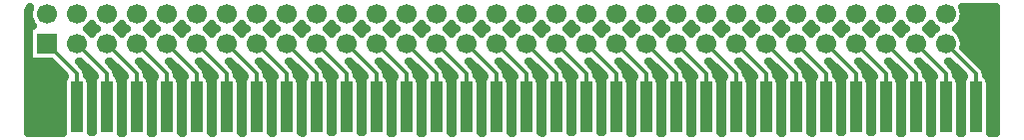
<source format=gbr>
G04 DipTrace 3.1.0.1*
G04 Top.gbr*
%MOMM*%
G04 #@! TF.FileFunction,Copper,L1,Top*
G04 #@! TF.Part,Single*
%AMOUTLINE0*
4,1,4,
0.508,2.159,
-0.508,2.159,
-0.508,-2.159,
0.508,-2.159,
0.508,2.159,
0*%
G04 #@! TA.AperFunction,Conductor*
%ADD14C,0.33*%
G04 #@! TA.AperFunction,CopperBalancing*
%ADD15C,0.635*%
G04 #@! TA.AperFunction,ComponentPad*
%ADD16R,1.7X1.7*%
%ADD17C,1.7*%
%ADD27OUTLINE0*%
%FSLAX35Y35*%
G04*
G71*
G90*
G75*
G01*
G04 Top*
%LPD*%
X1508853Y1317533D2*
D14*
Y1603340D1*
X1254827Y1857367D1*
X1762853Y1317533D2*
Y1603340D1*
X1508827Y1857367D1*
X2016853Y1317533D2*
Y1603340D1*
X1762827Y1857367D1*
X2270853Y1317533D2*
Y1603340D1*
X2016827Y1857367D1*
X2524853Y1317533D2*
Y1603340D1*
X2270827Y1857367D1*
X2778853Y1317533D2*
Y1603340D1*
X2524827Y1857367D1*
X3032853Y1317533D2*
Y1603340D1*
X2778827Y1857367D1*
X3286853Y1317533D2*
Y1603340D1*
X3032827Y1857367D1*
X3540853Y1317533D2*
Y1603340D1*
X3286827Y1857367D1*
X3794853Y1317533D2*
Y1603340D1*
X3540827Y1857367D1*
X4048853Y1317533D2*
Y1603340D1*
X3794827Y1857367D1*
X4302853Y1317533D2*
Y1603340D1*
X4048827Y1857367D1*
X4556853Y1317533D2*
Y1603340D1*
X4302827Y1857367D1*
X4810853Y1317533D2*
Y1603340D1*
X4556827Y1857367D1*
X5064853Y1317533D2*
Y1603340D1*
X4810827Y1857367D1*
X5318853Y1317533D2*
Y1603340D1*
X5064827Y1857367D1*
X5572853Y1317533D2*
Y1603340D1*
X5318827Y1857367D1*
X5826853Y1317533D2*
Y1603340D1*
X5572827Y1857367D1*
X6080853Y1317533D2*
Y1603340D1*
X5826827Y1857367D1*
X6334853Y1317533D2*
Y1603340D1*
X6080827Y1857367D1*
X6588853Y1317533D2*
Y1603340D1*
X6334827Y1857367D1*
X6842853Y1317533D2*
Y1603340D1*
X6588827Y1857367D1*
X7096853Y1317533D2*
Y1603340D1*
X6842827Y1857367D1*
X7350853Y1317533D2*
Y1603340D1*
X7096827Y1857367D1*
X7604853Y1317533D2*
Y1603340D1*
X7350827Y1857367D1*
X7858853Y1317533D2*
Y1603340D1*
X7604827Y1857367D1*
X8112853Y1317533D2*
Y1603340D1*
X7858827Y1857367D1*
X8366853Y1317533D2*
Y1603340D1*
X8112827Y1857367D1*
X8620853Y1317533D2*
Y1603340D1*
X8366827Y1857367D1*
X8874853Y1317533D2*
Y1603340D1*
X8620827Y1857367D1*
X9128853Y1317533D2*
Y1603340D1*
X8874827Y1857367D1*
X9033468Y2109217D2*
D15*
X9294662D1*
X9018794Y2046050D2*
X9294662D1*
X1601437Y1982883D2*
X1670222D1*
X1855461D2*
X1924245D1*
X2109393D2*
X2178268D1*
X2363416D2*
X2432201D1*
X2617440D2*
X2686224D1*
X2871463D2*
X2940248D1*
X3125396D2*
X3194271D1*
X3379419D2*
X3448203D1*
X3633442D2*
X3702227D1*
X3887375D2*
X3956250D1*
X4141398D2*
X4210274D1*
X4395422D2*
X4464206D1*
X4649445D2*
X4718229D1*
X4903377D2*
X4972253D1*
X5157401D2*
X5226276D1*
X5411424D2*
X5480209D1*
X5665448D2*
X5734232D1*
X5919380D2*
X5988255D1*
X6173403D2*
X6242279D1*
X6427427D2*
X6496211D1*
X6681450D2*
X6750235D1*
X6935382D2*
X7004258D1*
X7189406D2*
X7258190D1*
X7443429D2*
X7512214D1*
X7697453D2*
X7766237D1*
X7951385D2*
X8020261D1*
X8205409D2*
X8274193D1*
X8459432D2*
X8528216D1*
X8713455D2*
X8782240D1*
X8967388D2*
X9294662D1*
X9020161Y1919717D2*
X9294662D1*
X9033468Y1856550D2*
X9294662D1*
X9063638Y1793383D2*
X9294662D1*
X9126802Y1730217D2*
X9294662D1*
X1104146Y1667050D2*
X1320313D1*
X9189966D2*
X9294662D1*
X1104146Y1603883D2*
X1383477D1*
X1598976D2*
X1637500D1*
X1853000D2*
X1891432D1*
X2107023D2*
X2145456D1*
X2360955D2*
X2399479D1*
X2614979D2*
X2653503D1*
X2869002D2*
X2907435D1*
X3123026D2*
X3161459D1*
X3376958D2*
X3415482D1*
X3630981D2*
X3669505D1*
X3885005D2*
X3923438D1*
X4139028D2*
X4177461D1*
X4392961D2*
X4431485D1*
X4646984D2*
X4685508D1*
X4901007D2*
X4939440D1*
X5155031D2*
X5193464D1*
X5408963D2*
X5447487D1*
X5662987D2*
X5701419D1*
X5917010D2*
X5955443D1*
X6171034D2*
X6209466D1*
X6424966D2*
X6463490D1*
X6678989D2*
X6717422D1*
X6933013D2*
X6971446D1*
X7187036D2*
X7225469D1*
X7440968D2*
X7479492D1*
X7694992D2*
X7733425D1*
X7949015D2*
X7987448D1*
X8202948D2*
X8241472D1*
X8456971D2*
X8495495D1*
X8710994D2*
X8749427D1*
X8965018D2*
X9003451D1*
X9218950D2*
X9294662D1*
X1104146Y1540717D2*
X1384844D1*
X9252856D2*
X9294662D1*
X1104146Y1477550D2*
X1384388D1*
X9253312D2*
X9294662D1*
X1104146Y1414383D2*
X1384388D1*
X9253312D2*
X9294662D1*
X1104146Y1351217D2*
X1384388D1*
X9253312D2*
X9294662D1*
X1104146Y1288050D2*
X1384388D1*
X9253312D2*
X9294662D1*
X1104146Y1224883D2*
X1384388D1*
X9253312D2*
X9294662D1*
X1104146Y1161717D2*
X1384388D1*
X9253312D2*
X9294662D1*
X1104146Y1098550D2*
X1384479D1*
X9253221D2*
X9294662D1*
X1125870Y2009657D2*
X1141456D1*
X1131621Y2021853D1*
X1119135Y2042228D1*
X1109990Y2064306D1*
X1104412Y2087543D1*
X1102537Y2111367D1*
X1104412Y2135190D1*
X1109990Y2158427D1*
X1115400Y2172403D1*
X1097750Y2134133D1*
Y1097714D1*
X1390935Y1097750D1*
X1390763Y1533433D1*
X1391592Y1543960D1*
X1394057Y1554227D1*
X1398097Y1563982D1*
X1403614Y1572986D1*
X1410487Y1581029D1*
X1400107Y1593589D1*
X1288673Y1705022D1*
X1102537Y1705077D1*
Y2009657D1*
X1125870D1*
X1539385Y1708291D2*
X1524718Y1706013D1*
X1572568Y1657757D1*
X1580296Y1647120D1*
X1586266Y1635405D1*
X1590329Y1622900D1*
X1592385Y1609914D1*
X1594812Y1590808D1*
X1603355Y1584601D1*
X1610821Y1577135D1*
X1617028Y1568592D1*
X1621821Y1559184D1*
X1625084Y1549142D1*
X1626736Y1538713D1*
X1626944Y1253433D1*
X1626943Y1101613D1*
X1644763Y1101633D1*
X1644970Y1538713D1*
X1646622Y1549142D1*
X1649885Y1559184D1*
X1654679Y1568592D1*
X1660885Y1577135D1*
X1664487Y1581029D1*
X1654107Y1593589D1*
X1539451Y1708245D1*
X1592787Y1984283D2*
X1607731Y1973169D1*
X1624629Y1956271D1*
X1635743Y1941327D1*
X1647024Y1956271D1*
X1663922Y1973169D1*
X1678867Y1984283D1*
X1663922Y1995564D1*
X1647024Y2012462D1*
X1635911Y2027407D1*
X1624629Y2012462D1*
X1607731Y1995564D1*
X1592787Y1984451D1*
X1793385Y1708291D2*
X1778718Y1706013D1*
X1826568Y1657758D1*
X1834296Y1647120D1*
X1840266Y1635405D1*
X1844329Y1622900D1*
X1846385Y1609914D1*
X1846644Y1592129D1*
X1857355Y1584601D1*
X1864821Y1577135D1*
X1871028Y1568592D1*
X1875822Y1559184D1*
X1879084Y1549142D1*
X1880736Y1538713D1*
X1880943Y1253433D1*
Y1101613D1*
X1882667Y1097750D1*
X1898799D1*
X1898971Y1538713D1*
X1900622Y1549142D1*
X1903885Y1559184D1*
X1908679Y1568592D1*
X1914885Y1577135D1*
X1918487Y1581029D1*
X1908107Y1593589D1*
X1793451Y1708245D1*
X1846787Y1984283D2*
X1861731Y1973169D1*
X1878629Y1956271D1*
X1889743Y1941327D1*
X1901024Y1956271D1*
X1917922Y1973169D1*
X1932867Y1984283D1*
X1917922Y1995564D1*
X1901024Y2012462D1*
X1889911Y2027407D1*
X1878629Y2012462D1*
X1861731Y1995564D1*
X1846787Y1984451D1*
X2047385Y1708291D2*
X2032718Y1706013D1*
X2080568Y1657757D1*
X2088296Y1647120D1*
X2094265Y1635405D1*
X2098328Y1622900D1*
X2100385Y1609914D1*
X2102812Y1590808D1*
X2111355Y1584601D1*
X2118821Y1577135D1*
X2125028Y1568592D1*
X2129821Y1559184D1*
X2133084Y1549142D1*
X2134736Y1538713D1*
X2134944Y1253433D1*
X2134943Y1101613D1*
X2139333Y1097750D1*
X2152914D1*
X2152763Y1533433D1*
X2153591Y1543960D1*
X2156056Y1554227D1*
X2160097Y1563983D1*
X2165614Y1572986D1*
X2172487Y1581029D1*
X2162107Y1593589D1*
X2047451Y1708245D1*
X2100787Y1984283D2*
X2115731Y1973169D1*
X2132629Y1956271D1*
X2143743Y1941327D1*
X2155024Y1956271D1*
X2171922Y1973169D1*
X2186867Y1984283D1*
X2171922Y1995564D1*
X2155024Y2012462D1*
X2143911Y2027407D1*
X2132629Y2012462D1*
X2115731Y1995564D1*
X2100787Y1984451D1*
X2301385Y1708291D2*
X2286718Y1706013D1*
X2334568Y1657757D1*
X2342296Y1647120D1*
X2348265Y1635405D1*
X2352328Y1622900D1*
X2354385Y1609914D1*
X2356812Y1590808D1*
X2365355Y1584601D1*
X2372821Y1577135D1*
X2379028Y1568592D1*
X2383822Y1559184D1*
X2387084Y1549142D1*
X2388736Y1538713D1*
X2388943Y1253433D1*
Y1101613D1*
X2396000Y1097750D1*
X2406846D1*
X2406971Y1538713D1*
X2408622Y1549142D1*
X2411885Y1559184D1*
X2416679Y1568592D1*
X2422885Y1577135D1*
X2426487Y1581029D1*
X2416107Y1593589D1*
X2301451Y1708245D1*
X2354787Y1984283D2*
X2369731Y1973169D1*
X2386629Y1956271D1*
X2397743Y1941327D1*
X2409024Y1956271D1*
X2425922Y1973169D1*
X2440867Y1984283D1*
X2425922Y1995564D1*
X2409024Y2012462D1*
X2397911Y2027407D1*
X2386629Y2012462D1*
X2369731Y1995564D1*
X2354787Y1984451D1*
X2555385Y1708291D2*
X2540718Y1706013D1*
X2588568Y1657757D1*
X2596296Y1647120D1*
X2602265Y1635405D1*
X2606328Y1622900D1*
X2608385Y1609914D1*
X2610812Y1590808D1*
X2619355Y1584601D1*
X2626821Y1577135D1*
X2633028Y1568592D1*
X2637821Y1559184D1*
X2641084Y1549142D1*
X2642736Y1538713D1*
X2642944Y1253433D1*
X2642943Y1101613D1*
X2652667Y1097750D1*
X2660961D1*
X2660763Y1404967D1*
X2660971Y1538713D1*
X2662623Y1549142D1*
X2665885Y1559184D1*
X2670679Y1568592D1*
X2676886Y1577135D1*
X2680487Y1581029D1*
X2670107Y1593589D1*
X2555451Y1708245D1*
X2608787Y1984283D2*
X2623731Y1973169D1*
X2640629Y1956271D1*
X2651743Y1941327D1*
X2663024Y1956271D1*
X2679922Y1973169D1*
X2694867Y1984283D1*
X2679922Y1995564D1*
X2663024Y2012462D1*
X2651911Y2027407D1*
X2640629Y2012462D1*
X2623731Y1995564D1*
X2608787Y1984451D1*
X2809385Y1708291D2*
X2794718Y1706013D1*
X2842568Y1657757D1*
X2850296Y1647120D1*
X2856265Y1635405D1*
X2860328Y1622900D1*
X2862385Y1609914D1*
X2864812Y1590808D1*
X2873355Y1584601D1*
X2880821Y1577135D1*
X2887028Y1568592D1*
X2891821Y1559184D1*
X2895084Y1549142D1*
X2896736Y1538713D1*
X2896943Y1253433D1*
Y1101613D1*
X2909333Y1097750D1*
X2914893D1*
X2914763Y1533433D1*
X2915592Y1543960D1*
X2918057Y1554227D1*
X2922097Y1563982D1*
X2927614Y1572986D1*
X2934487Y1581029D1*
X2924107Y1593589D1*
X2809451Y1708245D1*
X2862787Y1984283D2*
X2877731Y1973169D1*
X2894629Y1956271D1*
X2905743Y1941327D1*
X2917024Y1956271D1*
X2933922Y1973169D1*
X2948867Y1984283D1*
X2933922Y1995564D1*
X2917024Y2012462D1*
X2905911Y2027407D1*
X2894629Y2012462D1*
X2877731Y1995564D1*
X2862787Y1984451D1*
X3063385Y1708291D2*
X3048718Y1706013D1*
X3096568Y1657757D1*
X3104296Y1647120D1*
X3110265Y1635405D1*
X3114328Y1622900D1*
X3116385Y1609914D1*
X3118812Y1590808D1*
X3127355Y1584601D1*
X3134821Y1577135D1*
X3141028Y1568592D1*
X3145821Y1559184D1*
X3149084Y1549142D1*
X3150736Y1538713D1*
X3150944Y1253433D1*
X3150943Y1101613D1*
X3166000Y1097750D1*
X3168825D1*
X3168971Y1538713D1*
X3170623Y1549142D1*
X3173885Y1559184D1*
X3178679Y1568592D1*
X3184886Y1577135D1*
X3188487Y1581029D1*
X3178107Y1593589D1*
X3063451Y1708245D1*
X3116787Y1984283D2*
X3131731Y1973169D1*
X3148629Y1956271D1*
X3159743Y1941327D1*
X3171024Y1956271D1*
X3187922Y1973169D1*
X3202867Y1984283D1*
X3187922Y1995564D1*
X3171024Y2012462D1*
X3159911Y2027407D1*
X3148629Y2012462D1*
X3131731Y1995564D1*
X3116787Y1984451D1*
X3317385Y1708291D2*
X3302718Y1706013D1*
X3350568Y1657757D1*
X3358296Y1647120D1*
X3364265Y1635405D1*
X3368328Y1622900D1*
X3370385Y1609914D1*
X3372812Y1590808D1*
X3381355Y1584601D1*
X3388821Y1577135D1*
X3395028Y1568592D1*
X3399821Y1559184D1*
X3403084Y1549142D1*
X3404736Y1538713D1*
X3404943Y1253433D1*
Y1101613D1*
X3422940Y1097750D1*
X3422763Y1533433D1*
X3423592Y1543960D1*
X3426056Y1554227D1*
X3430097Y1563982D1*
X3435614Y1572986D1*
X3442487Y1581029D1*
X3432107Y1593589D1*
X3317451Y1708245D1*
X3370787Y1984283D2*
X3385731Y1973169D1*
X3402629Y1956271D1*
X3413743Y1941327D1*
X3425024Y1956271D1*
X3441922Y1973169D1*
X3456867Y1984283D1*
X3441922Y1995564D1*
X3425024Y2012462D1*
X3413911Y2027407D1*
X3402629Y2012462D1*
X3385731Y1995564D1*
X3370787Y1984451D1*
X3571385Y1708291D2*
X3556718Y1706013D1*
X3604568Y1657757D1*
X3612296Y1647120D1*
X3618265Y1635405D1*
X3622328Y1622900D1*
X3624385Y1609914D1*
X3626812Y1590808D1*
X3635355Y1584601D1*
X3642821Y1577135D1*
X3649028Y1568592D1*
X3653821Y1559184D1*
X3657084Y1549142D1*
X3658736Y1538713D1*
X3658944Y1253433D1*
X3658943Y1101613D1*
X3676764Y1101654D1*
X3676971Y1538713D1*
X3678623Y1549142D1*
X3681885Y1559184D1*
X3686679Y1568592D1*
X3692886Y1577135D1*
X3696487Y1581029D1*
X3686107Y1593589D1*
X3571451Y1708245D1*
X3624787Y1984283D2*
X3639731Y1973169D1*
X3656629Y1956271D1*
X3667743Y1941327D1*
X3679024Y1956271D1*
X3695922Y1973169D1*
X3710867Y1984283D1*
X3695922Y1995564D1*
X3679024Y2012462D1*
X3667911Y2027407D1*
X3656629Y2012462D1*
X3639731Y1995564D1*
X3624787Y1984451D1*
X3825385Y1708291D2*
X3810718Y1706013D1*
X3858568Y1657757D1*
X3866296Y1647120D1*
X3872265Y1635405D1*
X3876329Y1622900D1*
X3878385Y1609914D1*
X3880812Y1590808D1*
X3889355Y1584601D1*
X3896821Y1577135D1*
X3903028Y1568592D1*
X3907821Y1559184D1*
X3911084Y1549142D1*
X3912736Y1538713D1*
X3912943Y1253433D1*
Y1101613D1*
X3930764Y1101654D1*
X3930970Y1538713D1*
X3932622Y1549142D1*
X3935885Y1559184D1*
X3940679Y1568592D1*
X3946885Y1577135D1*
X3950487Y1581029D1*
X3940107Y1593589D1*
X3825451Y1708245D1*
X3878787Y1984283D2*
X3893731Y1973169D1*
X3910629Y1956271D1*
X3921743Y1941327D1*
X3933024Y1956271D1*
X3949922Y1973169D1*
X3964867Y1984283D1*
X3949922Y1995564D1*
X3933024Y2012462D1*
X3921911Y2027407D1*
X3910629Y2012462D1*
X3893731Y1995564D1*
X3878787Y1984451D1*
X4079385Y1708291D2*
X4064718Y1706013D1*
X4112568Y1657757D1*
X4120296Y1647120D1*
X4126266Y1635405D1*
X4130329Y1622900D1*
X4132385Y1609914D1*
X4134812Y1590808D1*
X4143355Y1584601D1*
X4150821Y1577135D1*
X4157028Y1568592D1*
X4161821Y1559184D1*
X4165084Y1549142D1*
X4166736Y1538713D1*
X4166944Y1253433D1*
X4166943Y1101613D1*
X4169333Y1097750D1*
X4184919D1*
X4184763Y1533433D1*
X4185592Y1543960D1*
X4188057Y1554227D1*
X4192097Y1563982D1*
X4197615Y1572985D1*
X4204487Y1581029D1*
X4194107Y1593589D1*
X4079451Y1708245D1*
X4132787Y1984283D2*
X4147731Y1973169D1*
X4164629Y1956271D1*
X4175743Y1941327D1*
X4187024Y1956271D1*
X4203922Y1973169D1*
X4218867Y1984283D1*
X4203922Y1995564D1*
X4187024Y2012462D1*
X4175911Y2027407D1*
X4164629Y2012462D1*
X4147731Y1995564D1*
X4132787Y1984451D1*
X4333385Y1708291D2*
X4318718Y1706013D1*
X4366568Y1657758D1*
X4374296Y1647120D1*
X4380266Y1635405D1*
X4384329Y1622900D1*
X4386385Y1609914D1*
X4388812Y1590808D1*
X4397355Y1584601D1*
X4404821Y1577135D1*
X4411028Y1568592D1*
X4415821Y1559184D1*
X4419084Y1549142D1*
X4420736Y1538713D1*
X4420943Y1253433D1*
Y1101613D1*
X4426000Y1097750D1*
X4438851D1*
X4438970Y1538713D1*
X4440622Y1549142D1*
X4443885Y1559184D1*
X4448679Y1568592D1*
X4454885Y1577135D1*
X4458487Y1581029D1*
X4448107Y1593589D1*
X4333451Y1708245D1*
X4386787Y1984283D2*
X4401731Y1973169D1*
X4418629Y1956271D1*
X4429743Y1941327D1*
X4441024Y1956271D1*
X4457922Y1973169D1*
X4472867Y1984283D1*
X4457922Y1995564D1*
X4441024Y2012462D1*
X4429911Y2027407D1*
X4418629Y2012462D1*
X4401731Y1995564D1*
X4386787Y1984451D1*
X4587385Y1708291D2*
X4572718Y1706013D1*
X4620568Y1657757D1*
X4628296Y1647120D1*
X4634265Y1635405D1*
X4638328Y1622900D1*
X4640385Y1609914D1*
X4642812Y1590808D1*
X4651355Y1584601D1*
X4658821Y1577135D1*
X4665028Y1568592D1*
X4669822Y1559184D1*
X4673084Y1549142D1*
X4674736Y1538713D1*
X4674944Y1253433D1*
X4674943Y1101613D1*
X4682667Y1097750D1*
X4692966D1*
X4692763Y1358300D1*
X4692971Y1538713D1*
X4694622Y1549142D1*
X4697885Y1559184D1*
X4702679Y1568592D1*
X4708886Y1577135D1*
X4712487Y1581029D1*
X4702107Y1593589D1*
X4587451Y1708245D1*
X4640787Y1984283D2*
X4655731Y1973169D1*
X4672629Y1956271D1*
X4683743Y1941327D1*
X4695024Y1956271D1*
X4711922Y1973169D1*
X4726867Y1984283D1*
X4711922Y1995564D1*
X4695024Y2012462D1*
X4683911Y2027407D1*
X4672629Y2012462D1*
X4655731Y1995564D1*
X4640787Y1984451D1*
X4841385Y1708291D2*
X4826718Y1706013D1*
X4874568Y1657757D1*
X4882296Y1647120D1*
X4888265Y1635405D1*
X4892328Y1622900D1*
X4894385Y1609914D1*
X4896812Y1590808D1*
X4905355Y1584601D1*
X4912821Y1577135D1*
X4919028Y1568592D1*
X4923821Y1559184D1*
X4927084Y1549142D1*
X4928736Y1538713D1*
X4928943Y1253433D1*
Y1101613D1*
X4939333Y1097750D1*
X4946898D1*
X4946763Y1533433D1*
X4947591Y1543960D1*
X4950056Y1554227D1*
X4954097Y1563982D1*
X4959614Y1572986D1*
X4966487Y1581029D1*
X4956107Y1593589D1*
X4841451Y1708245D1*
X4894787Y1984283D2*
X4909731Y1973169D1*
X4926629Y1956271D1*
X4937743Y1941327D1*
X4949024Y1956271D1*
X4965922Y1973169D1*
X4980867Y1984283D1*
X4965922Y1995564D1*
X4949024Y2012462D1*
X4937911Y2027407D1*
X4926629Y2012462D1*
X4909731Y1995564D1*
X4894787Y1984451D1*
X5095385Y1708291D2*
X5080718Y1706013D1*
X5128568Y1657757D1*
X5136296Y1647120D1*
X5142265Y1635405D1*
X5146328Y1622900D1*
X5148385Y1609914D1*
X5150812Y1590808D1*
X5159355Y1584601D1*
X5166821Y1577135D1*
X5173028Y1568592D1*
X5177822Y1559184D1*
X5181084Y1549142D1*
X5182736Y1538713D1*
X5182944Y1253433D1*
X5182943Y1101613D1*
X5196000Y1097750D1*
X5200831D1*
X5200971Y1538713D1*
X5202622Y1549142D1*
X5205885Y1559184D1*
X5210679Y1568592D1*
X5216886Y1577135D1*
X5220487Y1581029D1*
X5210107Y1593589D1*
X5095451Y1708245D1*
X5148787Y1984283D2*
X5163731Y1973169D1*
X5180629Y1956271D1*
X5191743Y1941327D1*
X5203024Y1956271D1*
X5219922Y1973169D1*
X5234867Y1984283D1*
X5219922Y1995564D1*
X5203024Y2012462D1*
X5191911Y2027407D1*
X5180629Y2012462D1*
X5163731Y1995564D1*
X5148787Y1984451D1*
X5349385Y1708291D2*
X5334718Y1706013D1*
X5382568Y1657757D1*
X5390296Y1647120D1*
X5396265Y1635405D1*
X5400328Y1622900D1*
X5402385Y1609914D1*
X5404812Y1590808D1*
X5413355Y1584601D1*
X5420821Y1577135D1*
X5427028Y1568592D1*
X5431821Y1559184D1*
X5435084Y1549142D1*
X5436736Y1538713D1*
X5436943Y1253433D1*
Y1101613D1*
X5454945Y1097750D1*
X5454763Y1474967D1*
X5454970Y1538713D1*
X5456622Y1549142D1*
X5459885Y1559184D1*
X5464679Y1568592D1*
X5470885Y1577135D1*
X5474487Y1581029D1*
X5464107Y1593589D1*
X5349451Y1708245D1*
X5402787Y1984283D2*
X5417731Y1973169D1*
X5434629Y1956271D1*
X5445743Y1941327D1*
X5457024Y1956271D1*
X5473922Y1973169D1*
X5488867Y1984283D1*
X5473922Y1995564D1*
X5457024Y2012462D1*
X5445911Y2027407D1*
X5434629Y2012462D1*
X5417731Y1995564D1*
X5402787Y1984451D1*
X5603385Y1708291D2*
X5588718Y1706013D1*
X5636568Y1657757D1*
X5644296Y1647120D1*
X5650265Y1635405D1*
X5654328Y1622900D1*
X5656385Y1609914D1*
X5658812Y1590808D1*
X5667355Y1584601D1*
X5674821Y1577135D1*
X5681028Y1568592D1*
X5685822Y1559184D1*
X5689084Y1549142D1*
X5690736Y1538713D1*
X5690944Y1253433D1*
X5690943Y1101613D1*
X5708764Y1101654D1*
X5708971Y1538713D1*
X5710622Y1549142D1*
X5713885Y1559184D1*
X5718679Y1568592D1*
X5724886Y1577135D1*
X5728487Y1581029D1*
X5718107Y1593589D1*
X5603451Y1708245D1*
X5656787Y1984283D2*
X5671731Y1973169D1*
X5688629Y1956271D1*
X5699743Y1941327D1*
X5711024Y1956271D1*
X5727922Y1973169D1*
X5742867Y1984283D1*
X5727922Y1995564D1*
X5711024Y2012462D1*
X5699911Y2027407D1*
X5688629Y2012462D1*
X5671731Y1995564D1*
X5656787Y1984451D1*
X5857385Y1708291D2*
X5842718Y1706013D1*
X5890568Y1657757D1*
X5898296Y1647120D1*
X5904265Y1635405D1*
X5908328Y1622900D1*
X5910385Y1609914D1*
X5912812Y1590808D1*
X5921355Y1584601D1*
X5928821Y1577135D1*
X5935028Y1568592D1*
X5939821Y1559184D1*
X5943084Y1549142D1*
X5944736Y1538713D1*
X5944944Y1253433D1*
X5944943Y1101613D1*
X5962764Y1101654D1*
X5962970Y1538713D1*
X5964622Y1549142D1*
X5967885Y1559184D1*
X5972679Y1568592D1*
X5978885Y1577135D1*
X5982487Y1581029D1*
X5972107Y1593589D1*
X5857451Y1708245D1*
X5910787Y1984283D2*
X5925731Y1973169D1*
X5942629Y1956271D1*
X5953743Y1941327D1*
X5965024Y1956271D1*
X5981922Y1973169D1*
X5996867Y1984283D1*
X5981922Y1995564D1*
X5965024Y2012462D1*
X5953911Y2027407D1*
X5942629Y2012462D1*
X5925731Y1995564D1*
X5910787Y1984451D1*
X6111385Y1708291D2*
X6096718Y1706013D1*
X6144568Y1657757D1*
X6152296Y1647120D1*
X6158265Y1635405D1*
X6162328Y1622900D1*
X6164385Y1609914D1*
X6166812Y1590808D1*
X6175355Y1584601D1*
X6182821Y1577135D1*
X6189028Y1568592D1*
X6193822Y1559184D1*
X6197084Y1549142D1*
X6198736Y1538713D1*
X6198944Y1253433D1*
X6199333Y1097750D1*
X6216924D1*
X6216763Y1533433D1*
X6217592Y1543960D1*
X6220057Y1554227D1*
X6224097Y1563982D1*
X6229614Y1572985D1*
X6236487Y1581029D1*
X6226107Y1593589D1*
X6111451Y1708245D1*
X6164787Y1984283D2*
X6179731Y1973169D1*
X6196629Y1956271D1*
X6207743Y1941327D1*
X6219024Y1956271D1*
X6235922Y1973169D1*
X6250867Y1984283D1*
X6235922Y1995564D1*
X6219024Y2012462D1*
X6207911Y2027407D1*
X6196629Y2012462D1*
X6179731Y1995564D1*
X6164787Y1984451D1*
X6365385Y1708291D2*
X6350718Y1706013D1*
X6398568Y1657757D1*
X6406296Y1647120D1*
X6412265Y1635405D1*
X6416329Y1622900D1*
X6418385Y1609914D1*
X6420812Y1590808D1*
X6429355Y1584601D1*
X6436821Y1577135D1*
X6443028Y1568592D1*
X6447821Y1559184D1*
X6451084Y1549142D1*
X6452736Y1538713D1*
X6452944Y1253433D1*
X6452943Y1101613D1*
X6456000Y1097750D1*
X6470857D1*
X6470970Y1538713D1*
X6472622Y1549142D1*
X6475885Y1559184D1*
X6480679Y1568592D1*
X6486885Y1577135D1*
X6490487Y1581029D1*
X6480107Y1593589D1*
X6365451Y1708245D1*
X6418787Y1984283D2*
X6433731Y1973169D1*
X6450629Y1956271D1*
X6461743Y1941327D1*
X6473024Y1956271D1*
X6489922Y1973169D1*
X6504867Y1984283D1*
X6489922Y1995564D1*
X6473024Y2012462D1*
X6461911Y2027407D1*
X6450629Y2012462D1*
X6433731Y1995564D1*
X6418787Y1984451D1*
X6619385Y1708291D2*
X6604718Y1706013D1*
X6652568Y1657757D1*
X6660296Y1647120D1*
X6666266Y1635405D1*
X6670329Y1622900D1*
X6672385Y1609914D1*
X6674812Y1590808D1*
X6683355Y1584601D1*
X6690821Y1577135D1*
X6697028Y1568592D1*
X6701822Y1559184D1*
X6705084Y1549142D1*
X6706736Y1538713D1*
X6706943Y1253433D1*
Y1101613D1*
X6712667Y1097750D1*
X6724789D1*
X6724971Y1538713D1*
X6726622Y1549142D1*
X6729885Y1559184D1*
X6734679Y1568592D1*
X6740885Y1577135D1*
X6744487Y1581029D1*
X6734107Y1593589D1*
X6619451Y1708245D1*
X6672787Y1984283D2*
X6687731Y1973169D1*
X6704629Y1956271D1*
X6715743Y1941327D1*
X6727024Y1956271D1*
X6743922Y1973169D1*
X6758867Y1984283D1*
X6743922Y1995564D1*
X6727024Y2012462D1*
X6715911Y2027407D1*
X6704629Y2012462D1*
X6687731Y1995564D1*
X6672787Y1984451D1*
X6873385Y1708291D2*
X6858718Y1706013D1*
X6906568Y1657757D1*
X6914296Y1647120D1*
X6920266Y1635405D1*
X6924329Y1622900D1*
X6926385Y1609914D1*
X6928812Y1590808D1*
X6937355Y1584601D1*
X6944821Y1577135D1*
X6951028Y1568592D1*
X6955821Y1559184D1*
X6959084Y1549142D1*
X6960736Y1538713D1*
X6960944Y1253433D1*
X6960943Y1101613D1*
X6969333Y1097750D1*
X6978904D1*
X6978763Y1533433D1*
X6979591Y1543960D1*
X6982056Y1554227D1*
X6986097Y1563983D1*
X6991614Y1572986D1*
X6998487Y1581029D1*
X6988107Y1593589D1*
X6873451Y1708245D1*
X6926787Y1984283D2*
X6941731Y1973169D1*
X6958629Y1956271D1*
X6969743Y1941327D1*
X6981024Y1956271D1*
X6997922Y1973169D1*
X7012867Y1984283D1*
X6997922Y1995564D1*
X6981024Y2012462D1*
X6969911Y2027407D1*
X6958629Y2012462D1*
X6941731Y1995564D1*
X6926787Y1984451D1*
X7127385Y1708291D2*
X7112718Y1706013D1*
X7160568Y1657758D1*
X7168296Y1647120D1*
X7174266Y1635405D1*
X7178329Y1622900D1*
X7180385Y1609914D1*
X7180644Y1592129D1*
X7191355Y1584601D1*
X7198821Y1577135D1*
X7205028Y1568592D1*
X7209822Y1559184D1*
X7213084Y1549142D1*
X7214736Y1538713D1*
X7214943Y1253433D1*
Y1101613D1*
X7226000Y1097750D1*
X7232836D1*
X7232971Y1538713D1*
X7234622Y1549142D1*
X7237885Y1559184D1*
X7242679Y1568592D1*
X7248885Y1577135D1*
X7252487Y1581029D1*
X7242107Y1593589D1*
X7127451Y1708245D1*
X7180787Y1984283D2*
X7195731Y1973169D1*
X7212629Y1956271D1*
X7223743Y1941327D1*
X7235024Y1956271D1*
X7251922Y1973169D1*
X7266867Y1984283D1*
X7251922Y1995564D1*
X7235024Y2012462D1*
X7223911Y2027407D1*
X7212629Y2012462D1*
X7195731Y1995564D1*
X7180787Y1984451D1*
X7381385Y1708291D2*
X7366718Y1706013D1*
X7414568Y1657757D1*
X7422296Y1647120D1*
X7428265Y1635405D1*
X7432328Y1622900D1*
X7434385Y1609914D1*
X7436812Y1590808D1*
X7445355Y1584601D1*
X7452821Y1577135D1*
X7459028Y1568592D1*
X7463821Y1559184D1*
X7467084Y1549142D1*
X7468736Y1538713D1*
X7468944Y1253433D1*
X7468943Y1101613D1*
X7482667Y1097750D1*
X7486950D1*
X7486763Y1451633D1*
X7486970Y1538713D1*
X7488622Y1549142D1*
X7491885Y1559184D1*
X7496679Y1568592D1*
X7502885Y1577135D1*
X7506487Y1581029D1*
X7496107Y1593589D1*
X7381451Y1708245D1*
X7434787Y1984283D2*
X7449731Y1973169D1*
X7466629Y1956271D1*
X7477743Y1941327D1*
X7489024Y1956271D1*
X7505922Y1973169D1*
X7520867Y1984283D1*
X7505922Y1995564D1*
X7489024Y2012462D1*
X7477911Y2027407D1*
X7466629Y2012462D1*
X7449731Y1995564D1*
X7434787Y1984451D1*
X7635385Y1708291D2*
X7620718Y1706013D1*
X7668568Y1657757D1*
X7676296Y1647120D1*
X7682265Y1635405D1*
X7686328Y1622900D1*
X7688385Y1609914D1*
X7690812Y1590808D1*
X7699355Y1584601D1*
X7706821Y1577135D1*
X7713028Y1568592D1*
X7717822Y1559184D1*
X7721084Y1549142D1*
X7722736Y1538713D1*
X7722943Y1253433D1*
Y1101613D1*
X7740883Y1097750D1*
X7740763Y1533433D1*
X7741592Y1543960D1*
X7744057Y1554227D1*
X7748097Y1563982D1*
X7753614Y1572986D1*
X7760487Y1581029D1*
X7750107Y1593589D1*
X7635451Y1708245D1*
X7688787Y1984283D2*
X7703731Y1973169D1*
X7720629Y1956271D1*
X7731743Y1941327D1*
X7743024Y1956271D1*
X7759922Y1973169D1*
X7774867Y1984283D1*
X7759922Y1995564D1*
X7743024Y2012462D1*
X7731911Y2027407D1*
X7720629Y2012462D1*
X7703731Y1995564D1*
X7688787Y1984451D1*
X7889385Y1708291D2*
X7874718Y1706013D1*
X7922568Y1657757D1*
X7930296Y1647120D1*
X7936265Y1635405D1*
X7940328Y1622900D1*
X7942385Y1609914D1*
X7944812Y1590808D1*
X7953355Y1584601D1*
X7960821Y1577135D1*
X7967028Y1568592D1*
X7971821Y1559184D1*
X7975084Y1549142D1*
X7976736Y1538713D1*
X7976944Y1253433D1*
X7976943Y1101613D1*
X7994764Y1101654D1*
X7994971Y1538713D1*
X7996623Y1549142D1*
X7999885Y1559184D1*
X8004679Y1568592D1*
X8010886Y1577135D1*
X8014487Y1581029D1*
X8004107Y1593589D1*
X7889451Y1708245D1*
X7942787Y1984283D2*
X7957731Y1973169D1*
X7974629Y1956271D1*
X7985743Y1941327D1*
X7997024Y1956271D1*
X8013922Y1973169D1*
X8028867Y1984283D1*
X8013922Y1995564D1*
X7997024Y2012462D1*
X7985911Y2027407D1*
X7974629Y2012462D1*
X7957731Y1995564D1*
X7942787Y1984451D1*
X8143385Y1708291D2*
X8128718Y1706013D1*
X8176568Y1657757D1*
X8184296Y1647120D1*
X8190265Y1635405D1*
X8194328Y1622900D1*
X8196385Y1609914D1*
X8198812Y1590808D1*
X8207355Y1584601D1*
X8214821Y1577135D1*
X8221028Y1568592D1*
X8225821Y1559184D1*
X8229084Y1549142D1*
X8230736Y1538713D1*
X8230943Y1253433D1*
Y1101613D1*
X8248764Y1101654D1*
X8248971Y1538713D1*
X8250622Y1549142D1*
X8253885Y1559184D1*
X8258679Y1568592D1*
X8264885Y1577135D1*
X8268487Y1581029D1*
X8258107Y1593589D1*
X8143451Y1708245D1*
X8196787Y1984283D2*
X8211731Y1973169D1*
X8228629Y1956271D1*
X8239743Y1941327D1*
X8251024Y1956271D1*
X8267922Y1973169D1*
X8282867Y1984283D1*
X8267922Y1995564D1*
X8251024Y2012462D1*
X8239911Y2027407D1*
X8228629Y2012462D1*
X8211731Y1995564D1*
X8196787Y1984451D1*
X8397385Y1708291D2*
X8382718Y1706013D1*
X8430568Y1657757D1*
X8438296Y1647120D1*
X8444265Y1635405D1*
X8448328Y1622900D1*
X8450385Y1609914D1*
X8452812Y1590808D1*
X8461355Y1584601D1*
X8468821Y1577135D1*
X8475028Y1568592D1*
X8479821Y1559184D1*
X8483084Y1549142D1*
X8484736Y1538713D1*
X8484944Y1253433D1*
X8484943Y1101613D1*
X8486000Y1097750D1*
X8502862D1*
X8502971Y1538713D1*
X8504623Y1549142D1*
X8507885Y1559184D1*
X8512679Y1568592D1*
X8518886Y1577135D1*
X8522487Y1581029D1*
X8512107Y1593589D1*
X8397451Y1708245D1*
X8450787Y1984283D2*
X8465731Y1973169D1*
X8482629Y1956271D1*
X8493743Y1941327D1*
X8505024Y1956271D1*
X8521922Y1973169D1*
X8536867Y1984283D1*
X8521922Y1995564D1*
X8505024Y2012462D1*
X8493911Y2027407D1*
X8482629Y2012462D1*
X8465731Y1995564D1*
X8450787Y1984451D1*
X8651385Y1708291D2*
X8636718Y1706013D1*
X8684568Y1657757D1*
X8692296Y1647120D1*
X8698265Y1635405D1*
X8702328Y1622900D1*
X8704385Y1609914D1*
X8706812Y1590808D1*
X8715355Y1584601D1*
X8722821Y1577135D1*
X8729028Y1568592D1*
X8733821Y1559184D1*
X8737084Y1549142D1*
X8738736Y1538713D1*
X8738943Y1253433D1*
Y1101613D1*
X8742667Y1097750D1*
X8756794D1*
X8756971Y1538713D1*
X8758622Y1549142D1*
X8761885Y1559184D1*
X8766679Y1568592D1*
X8772885Y1577135D1*
X8776487Y1581029D1*
X8766107Y1593589D1*
X8651451Y1708245D1*
X8704787Y1984283D2*
X8719731Y1973169D1*
X8736629Y1956271D1*
X8747743Y1941327D1*
X8759024Y1956271D1*
X8775922Y1973169D1*
X8790867Y1984283D1*
X8775922Y1995564D1*
X8759024Y2012462D1*
X8747911Y2027407D1*
X8736629Y2012462D1*
X8719731Y1995564D1*
X8704787Y1984451D1*
X9026647Y1845418D2*
X9023902Y1826809D1*
X9192568Y1657757D1*
X9200296Y1647120D1*
X9206265Y1635405D1*
X9210329Y1622900D1*
X9212385Y1609914D1*
X9214812Y1590808D1*
X9223355Y1584601D1*
X9230821Y1577135D1*
X9237028Y1568592D1*
X9241821Y1559184D1*
X9245084Y1549142D1*
X9246736Y1538713D1*
X9246943Y1253433D1*
Y1101613D1*
X9256000Y1097750D1*
X9300935D1*
X9301006Y2172419D1*
X9014384Y2172383D1*
X9019663Y2158427D1*
X9025242Y2135190D1*
X9027117Y2111367D1*
X9025242Y2087543D1*
X9019663Y2064306D1*
X9010518Y2042228D1*
X8998032Y2021853D1*
X8982512Y2003681D1*
X8964340Y1988161D1*
X8958787Y1984451D1*
X8973731Y1973169D1*
X8990629Y1956271D1*
X9004675Y1936938D1*
X9015524Y1915646D1*
X9022909Y1892918D1*
X9026647Y1869315D1*
Y1845418D1*
X8905385Y1708291D2*
X8890718Y1706013D1*
X8938568Y1657757D1*
X8946296Y1647120D1*
X8952265Y1635405D1*
X8956328Y1622900D1*
X8958385Y1609914D1*
X8960812Y1590808D1*
X8969355Y1584601D1*
X8976821Y1577135D1*
X8983028Y1568592D1*
X8987821Y1559184D1*
X8991084Y1549142D1*
X8992736Y1538713D1*
X8992944Y1253433D1*
X8992943Y1101613D1*
X8999333Y1097750D1*
X9010909D1*
X9010763Y1533433D1*
X9011592Y1543960D1*
X9014057Y1554227D1*
X9018097Y1563982D1*
X9023615Y1572985D1*
X9030487Y1581029D1*
X9020107Y1593589D1*
X8905451Y1708245D1*
D16*
X1254827Y1857367D3*
D17*
Y2111367D3*
X1508827Y1857367D3*
Y2111367D3*
X1762827Y1857367D3*
Y2111367D3*
X2016827Y1857367D3*
Y2111367D3*
X2270827Y1857367D3*
Y2111367D3*
X2524827Y1857367D3*
Y2111367D3*
X2778827Y1857367D3*
Y2111367D3*
X3032827Y1857367D3*
Y2111367D3*
X3286827Y1857367D3*
Y2111367D3*
X3540827Y1857367D3*
Y2111367D3*
X3794827Y1857367D3*
Y2111367D3*
X4048827Y1857367D3*
Y2111367D3*
X4302827Y1857367D3*
Y2111367D3*
X4556827Y1857367D3*
Y2111367D3*
X4810827Y1857367D3*
Y2111367D3*
X5064827Y1857367D3*
Y2111367D3*
X5318827Y1857367D3*
Y2111367D3*
X5572827Y1857367D3*
Y2111367D3*
X5826827Y1857367D3*
Y2111367D3*
X6080827Y1857367D3*
Y2111367D3*
X6334827Y1857367D3*
Y2111367D3*
X6588827Y1857367D3*
Y2111367D3*
X6842827Y1857367D3*
Y2111367D3*
X7096827Y1857367D3*
Y2111367D3*
X7350827Y1857367D3*
Y2111367D3*
X7604827Y1857367D3*
Y2111367D3*
X7858827Y1857367D3*
Y2111367D3*
X8112827Y1857367D3*
Y2111367D3*
X8366827Y1857367D3*
Y2111367D3*
X8620827Y1857367D3*
Y2111367D3*
X8874827Y1857367D3*
Y2111367D3*
D27*
X9128853Y1317533D3*
X8874853D3*
X8620853D3*
X8366853D3*
X8112853D3*
X7858853D3*
X7604853D3*
X7350853D3*
X7096853D3*
X6842853D3*
X6588853D3*
X6334853D3*
X6080853D3*
X5826853D3*
X5572853D3*
X5318853D3*
X5064853D3*
X4810853D3*
X4556853D3*
X4302853D3*
X4048853D3*
X3794853D3*
X3540853D3*
X3286853D3*
X3032853D3*
X2778853D3*
X2524853D3*
X2270853D3*
X2016853D3*
X1762853D3*
X1508853D3*
M02*

</source>
